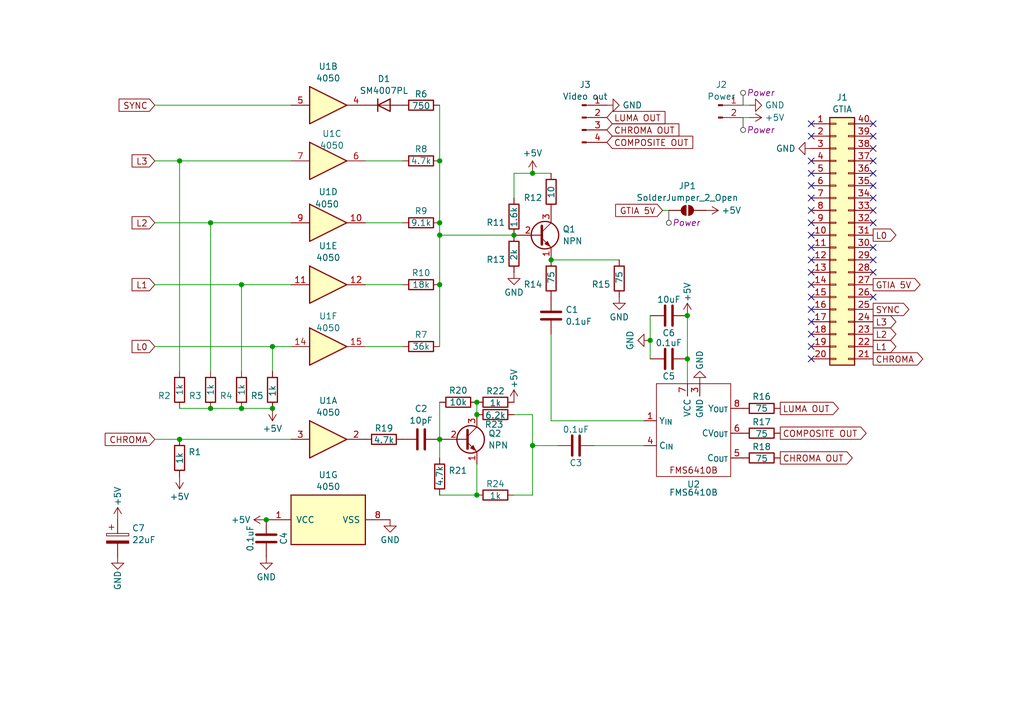
<source format=kicad_sch>
(kicad_sch (version 20231120) (generator "eeschema") (generator_version "8.0")
  (paper "A5")
  (title_block (title "S-video Atari mod") (date "2025-01-16") (rev "3") (comment 1 "Adapted from low_budget's 2.2 mod"))
  (lib_symbols
    (symbol "4xxx:4050" (pin_names (offset 1.016))
      (property "Reference" "U" (at 0 1.27 0))
      (property "Value" "4050" (at 0 -1.27 0))
      (symbol "4050_1_0"
        (polyline (pts (xy -3.81 3.81) (xy -3.81 -3.81) (xy 3.81 0) (xy -3.81 3.81)) (stroke (width 0.254)) (fill (type background)))
        (pin output line (at 7.62 0 180) (length 3.81) (name "~") (number "2"))
        (pin input line (at -7.62 0 0) (length 3.81) (name "~") (number "3"))
      )
      (symbol "4050_2_0"
        (polyline (pts (xy -3.81 3.81) (xy -3.81 -3.81) (xy 3.81 0) (xy -3.81 3.81)) (stroke (width 0.254)) (fill (type background)))
        (pin output line (at 7.62 0 180) (length 3.81) (name "~") (number "4"))
        (pin input line (at -7.62 0 0) (length 3.81) (name "~") (number "5"))
      )
      (symbol "4050_3_0"
        (polyline (pts (xy -3.81 3.81) (xy -3.81 -3.81) (xy 3.81 0) (xy -3.81 3.81)) (stroke (width 0.254)) (fill (type background)))
        (pin output line (at 7.62 0 180) (length 3.81) (name "~") (number "6"))
        (pin input line (at -7.62 0 0) (length 3.81) (name "~") (number "7"))
      )
      (symbol "4050_4_0"
        (polyline (pts (xy -3.81 3.81) (xy -3.81 -3.81) (xy 3.81 0) (xy -3.81 3.81)) (stroke (width 0.254)) (fill (type background)))
        (pin output line (at 7.62 0 180) (length 3.81) (name "~") (number "10"))
        (pin input line (at -7.62 0 0) (length 3.81) (name "~") (number "9"))
      )
      (symbol "4050_5_0"
        (polyline (pts (xy -3.81 3.81) (xy -3.81 -3.81) (xy 3.81 0) (xy -3.81 3.81)) (stroke (width 0.254)) (fill (type background)))
        (pin input line (at -7.62 0 0) (length 3.81) (name "~") (number "11"))
        (pin output line (at 7.62 0 180) (length 3.81) (name "~") (number "12"))
      )
      (symbol "4050_6_0"
        (polyline (pts (xy -3.81 3.81) (xy -3.81 -3.81) (xy 3.81 0) (xy -3.81 3.81)) (stroke (width 0.254)) (fill (type background)))
        (pin input line (at -7.62 0 0) (length 3.81) (name "~") (number "14"))
        (pin output line (at 7.62 0 180) (length 3.81) (name "~") (number "15"))
      )
      (symbol "4050_7_0"
        (pin power_in line (at 0 12.7 270) (length 5.08) (name "VCC") (number "1"))
        (pin power_in line (at 0 -12.7 90) (length 5.08) (name "VSS") (number "8"))
      )
      (symbol "4050_7_1"
        (rectangle (start -5.08 7.62) (end 5.08 -7.62) (stroke (width 0.254)) (fill (type background)))
      )
    )
    (symbol "Connector:Conn_01x02_Pin" (pin_names (offset 1.016) hide)
      (property "Reference" "J" (at 0 2.54 0))
      (property "Value" "Conn_01x02_Pin" (at 0 -5.08 0))
      (symbol "Conn_01x02_Pin_1_1"
        (polyline (pts (xy 1.27 -2.54) (xy 0.8636 -2.54)) (stroke (width 0.1524)))
        (polyline (pts (xy 1.27 0) (xy 0.8636 0)) (stroke (width 0.1524)))
        (rectangle (start 0.8636 -2.413) (end 0 -2.667) (stroke (width 0.1524)) (fill (type outline)))
        (rectangle (start 0.8636 0.127) (end 0 -0.127) (stroke (width 0.1524)) (fill (type outline)))
        (pin passive line (at 5.08 0 180) (length 3.81) (name "Pin_1") (number "1"))
        (pin passive line (at 5.08 -2.54 180) (length 3.81) (name "Pin_2") (number "2"))
      )
    )
    (symbol "Connector:Conn_01x04_Pin" (pin_names (offset 1.016) hide)
      (property "Reference" "J" (at 0 5.08 0))
      (property "Value" "Conn_01x04_Pin" (at 0 -7.62 0))
      (symbol "Conn_01x04_Pin_1_1"
        (polyline (pts (xy 1.27 -5.08) (xy 0.8636 -5.08)) (stroke (width 0.1524)))
        (polyline (pts (xy 1.27 -2.54) (xy 0.8636 -2.54)) (stroke (width 0.1524)))
        (polyline (pts (xy 1.27 0) (xy 0.8636 0)) (stroke (width 0.1524)))
        (polyline (pts (xy 1.27 2.54) (xy 0.8636 2.54)) (stroke (width 0.1524)))
        (rectangle (start 0.8636 -4.953) (end 0 -5.207) (stroke (width 0.1524)) (fill (type outline)))
        (rectangle (start 0.8636 -2.413) (end 0 -2.667) (stroke (width 0.1524)) (fill (type outline)))
        (rectangle (start 0.8636 0.127) (end 0 -0.127) (stroke (width 0.1524)) (fill (type outline)))
        (rectangle (start 0.8636 2.667) (end 0 2.413) (stroke (width 0.1524)) (fill (type outline)))
        (pin passive line (at 5.08 2.54 180) (length 3.81) (name "Pin_1") (number "1"))
        (pin passive line (at 5.08 0 180) (length 3.81) (name "Pin_2") (number "2"))
        (pin passive line (at 5.08 -2.54 180) (length 3.81) (name "Pin_3") (number "3"))
        (pin passive line (at 5.08 -5.08 180) (length 3.81) (name "Pin_4") (number "4"))
      )
    )
    (symbol "Connector_Generic:Conn_02x20_Counter_Clockwise" (pin_names (offset 1.016) hide)
      (property "Reference" "J" (at 1.27 25.4 0))
      (property "Value" "Conn_02x20_Counter_Clockwise" (at 1.27 -27.94 0))
      (symbol "Conn_02x20_Counter_Clockwise_1_1"
        (rectangle (start -1.27 -25.273) (end 0 -25.527) (stroke (width 0.1524)))
        (rectangle (start -1.27 -22.733) (end 0 -22.987) (stroke (width 0.1524)))
        (rectangle (start -1.27 -20.193) (end 0 -20.447) (stroke (width 0.1524)))
        (rectangle (start -1.27 -17.653) (end 0 -17.907) (stroke (width 0.1524)))
        (rectangle (start -1.27 -15.113) (end 0 -15.367) (stroke (width 0.1524)))
        (rectangle (start -1.27 -12.573) (end 0 -12.827) (stroke (width 0.1524)))
        (rectangle (start -1.27 -10.033) (end 0 -10.287) (stroke (width 0.1524)))
        (rectangle (start -1.27 -7.493) (end 0 -7.747) (stroke (width 0.1524)))
        (rectangle (start -1.27 -4.953) (end 0 -5.207) (stroke (width 0.1524)))
        (rectangle (start -1.27 -2.413) (end 0 -2.667) (stroke (width 0.1524)))
        (rectangle (start -1.27 0.127) (end 0 -0.127) (stroke (width 0.1524)))
        (rectangle (start -1.27 2.667) (end 0 2.413) (stroke (width 0.1524)))
        (rectangle (start -1.27 5.207) (end 0 4.953) (stroke (width 0.1524)))
        (rectangle (start -1.27 7.747) (end 0 7.493) (stroke (width 0.1524)))
        (rectangle (start -1.27 10.287) (end 0 10.033) (stroke (width 0.1524)))
        (rectangle (start -1.27 12.827) (end 0 12.573) (stroke (width 0.1524)))
        (rectangle (start -1.27 15.367) (end 0 15.113) (stroke (width 0.1524)))
        (rectangle (start -1.27 17.907) (end 0 17.653) (stroke (width 0.1524)))
        (rectangle (start -1.27 20.447) (end 0 20.193) (stroke (width 0.1524)))
        (rectangle (start -1.27 22.987) (end 0 22.733) (stroke (width 0.1524)))
        (rectangle (start -1.27 24.13) (end 3.81 -26.67) (stroke (width 0.254)) (fill (type background)))
        (rectangle (start 3.81 -25.273) (end 2.54 -25.527) (stroke (width 0.1524)))
        (rectangle (start 3.81 -22.733) (end 2.54 -22.987) (stroke (width 0.1524)))
        (rectangle (start 3.81 -20.193) (end 2.54 -20.447) (stroke (width 0.1524)))
        (rectangle (start 3.81 -17.653) (end 2.54 -17.907) (stroke (width 0.1524)))
        (rectangle (start 3.81 -15.113) (end 2.54 -15.367) (stroke (width 0.1524)))
        (rectangle (start 3.81 -12.573) (end 2.54 -12.827) (stroke (width 0.1524)))
        (rectangle (start 3.81 -10.033) (end 2.54 -10.287) (stroke (width 0.1524)))
        (rectangle (start 3.81 -7.493) (end 2.54 -7.747) (stroke (width 0.1524)))
        (rectangle (start 3.81 -4.953) (end 2.54 -5.207) (stroke (width 0.1524)))
        (rectangle (start 3.81 -2.413) (end 2.54 -2.667) (stroke (width 0.1524)))
        (rectangle (start 3.81 0.127) (end 2.54 -0.127) (stroke (width 0.1524)))
        (rectangle (start 3.81 2.667) (end 2.54 2.413) (stroke (width 0.1524)))
        (rectangle (start 3.81 5.207) (end 2.54 4.953) (stroke (width 0.1524)))
        (rectangle (start 3.81 7.747) (end 2.54 7.493) (stroke (width 0.1524)))
        (rectangle (start 3.81 10.287) (end 2.54 10.033) (stroke (width 0.1524)))
        (rectangle (start 3.81 12.827) (end 2.54 12.573) (stroke (width 0.1524)))
        (rectangle (start 3.81 15.367) (end 2.54 15.113) (stroke (width 0.1524)))
        (rectangle (start 3.81 17.907) (end 2.54 17.653) (stroke (width 0.1524)))
        (rectangle (start 3.81 20.447) (end 2.54 20.193) (stroke (width 0.1524)))
        (rectangle (start 3.81 22.987) (end 2.54 22.733) (stroke (width 0.1524)))
        (pin passive line (at -5.08 22.86 0) (length 3.81) (name "Pin_1") (number "1"))
        (pin passive line (at -5.08 0 0) (length 3.81) (name "Pin_10") (number "10"))
        (pin passive line (at -5.08 -2.54 0) (length 3.81) (name "Pin_11") (number "11"))
        (pin passive line (at -5.08 -5.08 0) (length 3.81) (name "Pin_12") (number "12"))
        (pin passive line (at -5.08 -7.62 0) (length 3.81) (name "Pin_13") (number "13"))
        (pin passive line (at -5.08 -10.16 0) (length 3.81) (name "Pin_14") (number "14"))
        (pin passive line (at -5.08 -12.7 0) (length 3.81) (name "Pin_15") (number "15"))
        (pin passive line (at -5.08 -15.24 0) (length 3.81) (name "Pin_16") (number "16"))
        (pin passive line (at -5.08 -17.78 0) (length 3.81) (name "Pin_17") (number "17"))
        (pin passive line (at -5.08 -20.32 0) (length 3.81) (name "Pin_18") (number "18"))
        (pin passive line (at -5.08 -22.86 0) (length 3.81) (name "Pin_19") (number "19"))
        (pin passive line (at -5.08 20.32 0) (length 3.81) (name "Pin_2") (number "2"))
        (pin passive line (at -5.08 -25.4 0) (length 3.81) (name "Pin_20") (number "20"))
        (pin passive line (at 7.62 -25.4 180) (length 3.81) (name "Pin_21") (number "21"))
        (pin passive line (at 7.62 -22.86 180) (length 3.81) (name "Pin_22") (number "22"))
        (pin passive line (at 7.62 -20.32 180) (length 3.81) (name "Pin_23") (number "23"))
        (pin passive line (at 7.62 -17.78 180) (length 3.81) (name "Pin_24") (number "24"))
        (pin passive line (at 7.62 -15.24 180) (length 3.81) (name "Pin_25") (number "25"))
        (pin passive line (at 7.62 -12.7 180) (length 3.81) (name "Pin_26") (number "26"))
        (pin passive line (at 7.62 -10.16 180) (length 3.81) (name "Pin_27") (number "27"))
        (pin passive line (at 7.62 -7.62 180) (length 3.81) (name "Pin_28") (number "28"))
        (pin passive line (at 7.62 -5.08 180) (length 3.81) (name "Pin_29") (number "29"))
        (pin passive line (at -5.08 17.78 0) (length 3.81) (name "Pin_3") (number "3"))
        (pin passive line (at 7.62 -2.54 180) (length 3.81) (name "Pin_30") (number "30"))
        (pin passive line (at 7.62 0 180) (length 3.81) (name "Pin_31") (number "31"))
        (pin passive line (at 7.62 2.54 180) (length 3.81) (name "Pin_32") (number "32"))
        (pin passive line (at 7.62 5.08 180) (length 3.81) (name "Pin_33") (number "33"))
        (pin passive line (at 7.62 7.62 180) (length 3.81) (name "Pin_34") (number "34"))
        (pin passive line (at 7.62 10.16 180) (length 3.81) (name "Pin_35") (number "35"))
        (pin passive line (at 7.62 12.7 180) (length 3.81) (name "Pin_36") (number "36"))
        (pin passive line (at 7.62 15.24 180) (length 3.81) (name "Pin_37") (number "37"))
        (pin passive line (at 7.62 17.78 180) (length 3.81) (name "Pin_38") (number "38"))
        (pin passive line (at 7.62 20.32 180) (length 3.81) (name "Pin_39") (number "39"))
        (pin passive line (at -5.08 15.24 0) (length 3.81) (name "Pin_4") (number "4"))
        (pin passive line (at 7.62 22.86 180) (length 3.81) (name "Pin_40") (number "40"))
        (pin passive line (at -5.08 12.7 0) (length 3.81) (name "Pin_5") (number "5"))
        (pin passive line (at -5.08 10.16 0) (length 3.81) (name "Pin_6") (number "6"))
        (pin passive line (at -5.08 7.62 0) (length 3.81) (name "Pin_7") (number "7"))
        (pin passive line (at -5.08 5.08 0) (length 3.81) (name "Pin_8") (number "8"))
        (pin passive line (at -5.08 2.54 0) (length 3.81) (name "Pin_9") (number "9"))
      )
    )
    (symbol "Device:C" (pin_numbers hide) (pin_names (offset 0.254))
      (property "Reference" "C" (at 0.635 2.54 0))
      (property "Value" "C" (at 0.635 -2.54 0))
      (symbol "C_0_1"
        (polyline (pts (xy -2.032 -0.762) (xy 2.032 -0.762)) (stroke (width 0.508)))
        (polyline (pts (xy -2.032 0.762) (xy 2.032 0.762)) (stroke (width 0.508)))
      )
      (symbol "C_1_1"
        (pin passive line (at 0 3.81 270) (length 2.794) (name "~") (number "1"))
        (pin passive line (at 0 -3.81 90) (length 2.794) (name "~") (number "2"))
      )
    )
    (symbol "Device:C_Polarized" (pin_numbers hide) (pin_names (offset 0.254))
      (property "Reference" "C" (at 0.635 2.54 0))
      (property "Value" "C_Polarized" (at 0.635 -2.54 0))
      (symbol "C_Polarized_0_1"
        (rectangle (start -2.286 0.508) (end 2.286 1.016))
        (polyline (pts (xy -1.778 2.286) (xy -0.762 2.286)))
        (polyline (pts (xy -1.27 2.794) (xy -1.27 1.778)))
        (rectangle (start 2.286 -0.508) (end -2.286 -1.016) (fill (type outline)))
      )
      (symbol "C_Polarized_1_1"
        (pin passive line (at 0 3.81 270) (length 2.794) (name "~") (number "1"))
        (pin passive line (at 0 -3.81 90) (length 2.794) (name "~") (number "2"))
      )
    )
    (symbol "Device:R" (pin_numbers hide) (pin_names (offset 0))
      (property "Reference" "R" (at 2.032 0 90))
      (property "Value" "R" (at 0 0 90))
      (symbol "R_0_1"
        (rectangle (start -1.016 -2.54) (end 1.016 2.54) (stroke (width 0.254)))
      )
      (symbol "R_1_1"
        (pin passive line (at 0 3.81 270) (length 1.27) (name "~") (number "1"))
        (pin passive line (at 0 -3.81 90) (length 1.27) (name "~") (number "2"))
      )
    )
    (symbol "Diode:1N4148" (pin_numbers hide) (pin_names hide)
      (property "Reference" "D" (at 0 2.54 0))
      (property "Value" "1N4148" (at 0 -2.54 0))
      (symbol "1N4148_0_1"
        (polyline (pts (xy -1.27 1.27) (xy -1.27 -1.27)) (stroke (width 0.254)))
        (polyline (pts (xy 1.27 0) (xy -1.27 0)))
        (polyline (pts (xy 1.27 1.27) (xy 1.27 -1.27) (xy -1.27 0) (xy 1.27 1.27)) (stroke (width 0.254)))
      )
      (symbol "1N4148_1_1"
        (pin passive line (at -3.81 0 0) (length 2.54) (name "K") (number "1"))
        (pin passive line (at 3.81 0 180) (length 2.54) (name "A") (number "2"))
      )
    )
    (symbol "Jumper:SolderJumper_2_Open" (pin_numbers hide) (pin_names (offset 0) hide) (exclude_from_sim yes) (in_bom no)
      (property "Reference" "JP" (at 0 2.032 0))
      (property "Value" "SolderJumper_2_Open" (at 0 -2.54 0))
      (symbol "SolderJumper_2_Open_0_1"
        (arc (start -0.254 1.016) (mid -1.2656 0) (end -0.254 -1.016))
        (arc (start -0.254 1.016) (mid -1.2656 0) (end -0.254 -1.016) (fill (type outline)))
        (polyline (pts (xy -0.254 1.016) (xy -0.254 -1.016)))
        (polyline (pts (xy 0.254 1.016) (xy 0.254 -1.016)))
        (arc (start 0.254 -1.016) (mid 1.2656 0) (end 0.254 1.016))
        (arc (start 0.254 -1.016) (mid 1.2656 0) (end 0.254 1.016) (fill (type outline)))
      )
      (symbol "SolderJumper_2_Open_1_1"
        (pin passive line (at -3.81 0 0) (length 2.54) (name "A") (number "1"))
        (pin passive line (at 3.81 0 180) (length 2.54) (name "B") (number "2"))
      )
    )
    (symbol "New_Library:FMS6410B"
      (property "Reference" "U" (at 0 -10.16 0))
      (symbol "FMS6410B_0_1"
        (rectangle (start -7.62 10.16) (end 7.62 -8.89))
      )
      (symbol "FMS6410B_1_1"
        (text "FMS6410B" (at 0 -7.62 0) (effects (font (size 1.27 1.27))))
        (pin input line (at -10.16 2.54 0) (length 2.54) (name "Y_{IN}") (number "1"))
        (pin power_in line (at 1.27 10.16 270) (length 2.54) (name "GND") (number "3"))
        (pin input line (at -10.16 -2.54 0) (length 2.54) (name "C_{IN}") (number "4"))
        (pin output line (at 10.16 -5.08 180) (length 2.54) (name "C_{OUT}") (number "5"))
        (pin output line (at 10.16 0 180) (length 2.54) (name "CV_{OUT}") (number "6"))
        (pin power_in line (at -1.27 10.16 270) (length 2.54) (name "VCC") (number "7"))
        (pin output line (at 10.16 5.08 180) (length 2.54) (name "Y_{OUT}") (number "8"))
      )
    )
    (symbol "Transistor_BJT:2N3904" (pin_names (offset 0) hide)
      (property "Reference" "Q" (at 5.08 1.905 0))
      (property "Value" "2N3904" (at 5.08 0 0))
      (symbol "2N3904_0_1"
        (polyline (pts (xy 0.635 0.635) (xy 2.54 2.54)))
        (polyline (pts (xy 0.635 -0.635) (xy 2.54 -2.54) (xy 2.54 -2.54)))
        (polyline (pts (xy 0.635 1.905) (xy 0.635 -1.905) (xy 0.635 -1.905)) (stroke (width 0.508)))
        (polyline (pts (xy 1.27 -1.778) (xy 1.778 -1.27) (xy 2.286 -2.286) (xy 1.27 -1.778) (xy 1.27 -1.778)) (fill (type outline)))
        (circle (center 1.27 0) (radius 2.8194) (stroke (width 0.254)))
      )
      (symbol "2N3904_1_1"
        (pin passive line (at 2.54 -5.08 90) (length 2.54) (name "E") (number "1"))
        (pin passive line (at -5.08 0 0) (length 5.715) (name "B") (number "2"))
        (pin passive line (at 2.54 5.08 270) (length 2.54) (name "C") (number "3"))
      )
    )
    (symbol "power:+5V" (power) (pin_numbers hide) (pin_names (offset 0) hide)
      (property "Value" "+5V" (at 0 3.556 0))
      (symbol "+5V_0_1"
        (polyline (pts (xy -0.762 1.27) (xy 0 2.54)))
        (polyline (pts (xy 0 0) (xy 0 2.54)))
        (polyline (pts (xy 0 2.54) (xy 0.762 1.27)))
      )
      (symbol "+5V_1_1"
        (pin power_in line (at 0 0 90) (length 0) (name "~") (number "1"))
      )
    )
    (symbol "power:GND" (power) (pin_numbers hide) (pin_names (offset 0) hide)
      (property "Value" "GND" (at 0 -3.81 0))
      (symbol "GND_0_1"
        (polyline (pts (xy 0 0) (xy 0 -1.27) (xy 1.27 -1.27) (xy 0 -2.54) (xy -1.27 -1.27) (xy 0 -1.27)))
      )
      (symbol "GND_1_1"
        (pin power_in line (at 0 0 270) (length 0) (name "~") (number "1"))
      )
    )
  )
  (junction (at 49.53 58.42))
  (junction (at 97.79 85.09))
  (junction (at 90.17 45.72))
  (junction (at 90.17 58.42))
  (junction (at 105.41 48.26))
  (junction (at 43.18 45.72))
  (junction (at 140.97 64.77))
  (junction (at 43.18 83.82))
  (junction (at 97.79 82.55))
  (junction (at 140.97 73.66))
  (junction (at 49.53 83.82))
  (junction (at 109.22 91.44))
  (junction (at 90.17 33.02))
  (junction (at 109.22 35.56))
  (junction (at 90.17 90.17))
  (junction (at 90.17 48.26))
  (junction (at 36.83 33.02))
  (junction (at 97.79 101.6))
  (junction (at 36.83 90.17))
  (junction (at 133.35 69.85))
  (junction (at 55.88 71.12))
  (junction (at 54.61 106.68))
  (junction (at 113.03 53.34))
  (junction (at 55.88 83.82))
  (no_connect (at 166.37 68.58))
  (no_connect (at 166.37 55.88))
  (no_connect (at 166.37 25.4))
  (no_connect (at 179.07 43.18))
  (no_connect (at 166.37 33.02))
  (no_connect (at 166.37 71.12))
  (no_connect (at 166.37 43.18))
  (no_connect (at 166.37 66.04))
  (no_connect (at 179.07 35.56))
  (no_connect (at 179.07 50.8))
  (no_connect (at 179.07 27.94))
  (no_connect (at 166.37 35.56))
  (no_connect (at 179.07 53.34))
  (no_connect (at 179.07 60.96))
  (no_connect (at 166.37 60.96))
  (no_connect (at 179.07 55.88))
  (no_connect (at 166.37 40.64))
  (no_connect (at 166.37 27.94))
  (no_connect (at 179.07 40.64))
  (no_connect (at 166.37 48.26))
  (no_connect (at 166.37 58.42))
  (no_connect (at 166.37 50.8))
  (no_connect (at 179.07 30.48))
  (no_connect (at 179.07 25.4))
  (no_connect (at 166.37 53.34))
  (no_connect (at 166.37 45.72))
  (no_connect (at 166.37 73.66))
  (no_connect (at 166.37 63.5))
  (no_connect (at 179.07 45.72))
  (no_connect (at 179.07 38.1))
  (no_connect (at 166.37 38.1))
  (no_connect (at 179.07 33.02))
  (wire (pts (xy 105.41 35.56) (xy 105.41 40.64)))
  (wire (pts (xy 55.88 71.12) (xy 59.69 71.12)))
  (wire (pts (xy 90.17 58.42) (xy 90.17 71.12)))
  (wire (pts (xy 153.67 24.13) (xy 152.4 24.13)))
  (wire (pts (xy 90.17 33.02) (xy 90.17 45.72)))
  (wire (pts (xy 97.79 82.55) (xy 97.79 85.09)))
  (wire (pts (xy 90.17 101.6) (xy 97.79 101.6)))
  (wire (pts (xy 109.22 91.44) (xy 114.3 91.44)))
  (wire (pts (xy 90.17 82.55) (xy 90.17 90.17)))
  (wire (pts (xy 97.79 101.6) (xy 97.79 95.25)))
  (wire (pts (xy 49.53 58.42) (xy 59.69 58.42)))
  (wire (pts (xy 31.75 33.02) (xy 36.83 33.02)))
  (wire (pts (xy 74.93 33.02) (xy 82.55 33.02)))
  (wire (pts (xy 105.41 101.6) (xy 109.22 101.6)))
  (wire (pts (xy 105.41 85.09) (xy 109.22 85.09)))
  (wire (pts (xy 31.75 58.42) (xy 49.53 58.42)))
  (wire (pts (xy 113.03 35.56) (xy 109.22 35.56)))
  (wire (pts (xy 43.18 45.72) (xy 59.69 45.72)))
  (wire (pts (xy 113.03 68.58) (xy 113.03 86.36)))
  (wire (pts (xy 74.93 71.12) (xy 82.55 71.12)))
  (wire (pts (xy 109.22 35.56) (xy 105.41 35.56)))
  (wire (pts (xy 109.22 101.6) (xy 109.22 91.44)))
  (wire (pts (xy 90.17 45.72) (xy 90.17 48.26)))
  (wire (pts (xy 49.53 58.42) (xy 49.53 76.2)))
  (wire (pts (xy 43.18 83.82) (xy 36.83 83.82)))
  (wire (pts (xy 43.18 45.72) (xy 43.18 76.2)))
  (wire (pts (xy 90.17 21.59) (xy 90.17 33.02)))
  (wire (pts (xy 49.53 83.82) (xy 43.18 83.82)))
  (wire (pts (xy 135.89 43.18) (xy 137.16 43.18)))
  (wire (pts (xy 90.17 48.26) (xy 90.17 58.42)))
  (wire (pts (xy 74.93 45.72) (xy 82.55 45.72)))
  (wire (pts (xy 140.97 73.66) (xy 140.97 78.74)))
  (wire (pts (xy 121.92 91.44) (xy 132.08 91.44)))
  (wire (pts (xy 36.83 33.02) (xy 59.69 33.02)))
  (wire (pts (xy 109.22 85.09) (xy 109.22 91.44)))
  (wire (pts (xy 31.75 21.59) (xy 59.69 21.59)))
  (wire (pts (xy 31.75 71.12) (xy 55.88 71.12)))
  (wire (pts (xy 74.93 58.42) (xy 82.55 58.42)))
  (wire (pts (xy 113.03 53.34) (xy 127 53.34)))
  (wire (pts (xy 31.75 90.17) (xy 36.83 90.17)))
  (wire (pts (xy 153.67 21.59) (xy 152.4 21.59)))
  (wire (pts (xy 36.83 90.17) (xy 59.69 90.17)))
  (wire (pts (xy 133.35 64.77) (xy 133.35 69.85)))
  (wire (pts (xy 36.83 33.02) (xy 36.83 76.2)))
  (wire (pts (xy 90.17 93.98) (xy 90.17 90.17)))
  (wire (pts (xy 133.35 69.85) (xy 133.35 73.66)))
  (wire (pts (xy 55.88 83.82) (xy 49.53 83.82)))
  (wire (pts (xy 113.03 86.36) (xy 132.08 86.36)))
  (wire (pts (xy 140.97 64.77) (xy 140.97 73.66)))
  (wire (pts (xy 55.88 71.12) (xy 55.88 76.2)))
  (wire (pts (xy 31.75 45.72) (xy 43.18 45.72)))
  (wire (pts (xy 90.17 48.26) (xy 105.41 48.26)))
  (global_label "L2" (shape input) (at 31.75 45.72 180) (property "Intersheetrefs" "${INTERSHEET_REFS}" (effects (hide yes))))
  (global_label "GTIA 5V" (shape input) (at 135.89 43.18 180) (property "Intersheetrefs" "${INTERSHEET_REFS}" (effects (hide yes))))
  (global_label "LUMA OUT" (shape output) (at 160.02 83.82 0) (property "Intersheetrefs" "${INTERSHEET_REFS}" (effects (hide yes))))
  (global_label "L3" (shape input) (at 31.75 33.02 180) (property "Intersheetrefs" "${INTERSHEET_REFS}" (effects (hide yes))))
  (global_label "CHROMA OUT" (shape output) (at 160.02 93.98 0) (property "Intersheetrefs" "${INTERSHEET_REFS}" (effects (hide yes))))
  (global_label "CHROMA" (shape output) (at 179.07 73.66 0) (property "Intersheetrefs" "${INTERSHEET_REFS}" (effects (hide yes))))
  (global_label "GTIA 5V" (shape output) (at 179.07 58.42 0) (property "Intersheetrefs" "${INTERSHEET_REFS}" (effects (hide yes))))
  (global_label "L1" (shape input) (at 31.75 58.42 180) (property "Intersheetrefs" "${INTERSHEET_REFS}" (effects (hide yes))))
  (global_label "CHROMA OUT" (shape input) (at 124.46 26.67 0) (property "Intersheetrefs" "${INTERSHEET_REFS}" (effects (hide yes))))
  (global_label "SYNC" (shape input) (at 31.75 21.59 180) (property "Intersheetrefs" "${INTERSHEET_REFS}" (effects (hide yes))))
  (global_label "SYNC" (shape output) (at 179.07 63.5 0) (property "Intersheetrefs" "${INTERSHEET_REFS}" (effects (hide yes))))
  (global_label "L2" (shape output) (at 179.07 68.58 0) (property "Intersheetrefs" "${INTERSHEET_REFS}" (effects (hide yes))))
  (global_label "L0" (shape output) (at 179.07 48.26 0) (property "Intersheetrefs" "${INTERSHEET_REFS}" (effects (hide yes))))
  (global_label "COMPOSITE OUT" (shape output) (at 160.02 88.9 0) (property "Intersheetrefs" "${INTERSHEET_REFS}" (effects (hide yes))))
  (global_label "L3" (shape output) (at 179.07 66.04 0) (property "Intersheetrefs" "${INTERSHEET_REFS}" (effects (hide yes))))
  (global_label "CHROMA" (shape input) (at 31.75 90.17 180) (property "Intersheetrefs" "${INTERSHEET_REFS}" (effects (hide yes))))
  (global_label "COMPOSITE OUT" (shape input) (at 124.46 29.21 0) (property "Intersheetrefs" "${INTERSHEET_REFS}" (effects (hide yes))))
  (global_label "L0" (shape input) (at 31.75 71.12 180) (property "Intersheetrefs" "${INTERSHEET_REFS}" (effects (hide yes))))
  (global_label "LUMA OUT" (shape input) (at 124.46 24.13 0) (property "Intersheetrefs" "${INTERSHEET_REFS}" (effects (hide yes))))
  (global_label "L1" (shape output) (at 179.07 71.12 0) (property "Intersheetrefs" "${INTERSHEET_REFS}" (effects (hide yes))))
  (netclass_flag "" (length 2.54) (shape round) (at 152.4 21.59 0) (property "Netclass" "Power" (at 153.0985 19.05 0) (effects (font (italic yes)) (justify left))))
  (netclass_flag "" (length 2.54) (shape round) (at 137.16 43.18 180) (property "Netclass" "Power" (at 137.8585 45.72 0) (effects (font (italic yes)) (justify left))))
  (netclass_flag "" (length 2.54) (shape round) (at 152.4 24.13 180) (property "Netclass" "Power" (at 153.0985 26.67 0) (effects (font (italic yes)) (justify left))))
  (symbol (lib_id "Device:R") (at 36.83 80.01 180) (unit 1)
    (property "Reference" "R2" (at 35.052 81.2222 0) (effects (justify left)))
    (property "Value" "1k" (at 36.83 78.74 90) (effects (justify left)))
    (property "Footprint" "Resistor_SMD:R_0402_1005Metric" (effects (hide yes)))
    (property "Description" "Resistor" (effects (hide yes)))
    (property "JLCPCB Part #" "C11702" (effects (hide yes)))
  )
  (symbol (lib_id "power:+5V") (at 55.88 83.82 180) (unit 1)
    (property "Reference" "#PWR03" (effects (hide yes)))
    (property "Value" "+5V" (at 55.88 87.9531 0))
    (property "Description" "Power symbol creates a global label with name \"+5V\"" (effects (hide yes)))
  )
  (symbol (lib_id "4xxx:4050") (at 67.31 90.17 0) (unit 1)
    (property "Reference" "U1" (at 67.31 82.2155 0))
    (property "Value" "4050" (at 67.31 84.6398 0))
    (property "Footprint" "Package_SO:SOIC-16_3.9x9.9mm_P1.27mm" (effects (hide yes)))
    (property "Datasheet" "http://www.intersil.com/content/dam/intersil/documents/cd40/cd4050bms.pdf" (effects (hide yes)))
    (property "Description" "Hex Buffer" (effects (hide yes)))
    (property "JLCPCB Part #" "C131932" (effects (hide yes)))
  )
  (symbol (lib_id "Connector:Conn_01x04_Pin") (at 119.38 24.13 0) (unit 1)
    (property "Reference" "J3" (at 120.015 17.3693 0))
    (property "Value" "Video out" (at 120.015 19.7936 0))
    (property "Footprint" "Connector_PinHeader_2.54mm:PinHeader_1x04_P2.54mm_Horizontal" (effects (hide yes)))
    (property "Description" "Generic connector, single row, 01x04, script generated" (effects (hide yes)))
  )
  (symbol (lib_id "4xxx:4050") (at 67.31 106.68 90) (unit 7)
    (property "Reference" "U1" (at 67.31 97.4555 90))
    (property "Value" "4050" (at 67.31 99.8798 90))
    (property "Footprint" "Package_SO:SOIC-16_3.9x9.9mm_P1.27mm" (effects (hide yes)))
    (property "Datasheet" "http://www.intersil.com/content/dam/intersil/documents/cd40/cd4050bms.pdf" (effects (hide yes)))
    (property "Description" "Hex Buffer" (effects (hide yes)))
    (property "JLCPCB Part #" "C131932" (effects (hide yes)))
  )
  (symbol (lib_id "Device:C") (at 86.36 90.17 270) (unit 1)
    (property "Reference" "C2" (at 86.36 83.8665 90))
    (property "Value" "10pF" (at 86.36 86.2908 90))
    (property "Footprint" "Capacitor_SMD:C_0402_1005Metric" (effects (hide yes)))
    (property "Description" "Unpolarized capacitor" (effects (hide yes)))
    (property "JLCPCB Part #" "C32949" (effects (hide yes)))
  )
  (symbol (lib_id "power:+5V") (at 54.61 106.68 90) (unit 1)
    (property "Reference" "#PWR02" (effects (hide yes)))
    (property "Value" "+5V" (at 51.4351 106.68 90) (effects (justify left)))
    (property "Description" "Power symbol creates a global label with name \"+5V\"" (effects (hide yes)))
  )
  (symbol (lib_id "power:GND") (at 124.46 21.59 90) (unit 1)
    (property "Reference" "#PWR018" (effects (hide yes)))
    (property "Value" "GND" (at 127.635 21.59 90) (effects (justify right)))
    (property "Description" "Power symbol creates a global label with name \"GND\" , ground" (effects (hide yes)))
  )
  (symbol (lib_id "4xxx:4050") (at 67.31 58.42 0) (unit 5)
    (property "Reference" "U1" (at 67.31 50.4655 0))
    (property "Value" "4050" (at 67.31 52.8898 0))
    (property "Footprint" "Package_SO:SOIC-16_3.9x9.9mm_P1.27mm" (effects (hide yes)))
    (property "Datasheet" "http://www.intersil.com/content/dam/intersil/documents/cd40/cd4050bms.pdf" (effects (hide yes)))
    (property "Description" "Hex Buffer" (effects (hide yes)))
    (property "JLCPCB Part #" "C131932" (effects (hide yes)))
  )
  (symbol (lib_id "Device:R") (at 36.83 93.98 0) (unit 1)
    (property "Reference" "R1" (at 38.608 92.7678 0) (effects (justify left)))
    (property "Value" "1k" (at 36.83 95.25 90) (effects (justify left)))
    (property "Footprint" "Resistor_SMD:R_0402_1005Metric" (effects (hide yes)))
    (property "Description" "Resistor" (effects (hide yes)))
    (property "JLCPCB Part #" "C11702" (effects (hide yes)))
  )
  (symbol (lib_id "Device:R") (at 101.6 85.09 270) (unit 1)
    (property "Reference" "R23" (at 101.346 87.122 90))
    (property "Value" "6.2k" (at 101.6 85.2283 90))
    (property "Footprint" "Resistor_SMD:R_0402_1005Metric" (effects (hide yes)))
    (property "Description" "Resistor" (effects (hide yes)))
    (property "JLCPCB Part #" "C137946" (effects (hide yes)))
  )
  (symbol (lib_id "Diode:1N4148") (at 78.74 21.59 0) (unit 1)
    (property "Reference" "D1" (at 78.74 16.1755 0))
    (property "Value" "SM4007PL" (at 78.74 18.5998 0))
    (property "Footprint" "DecenTKL:D_SOD-123" (effects (hide yes)))
    (property "Datasheet" "https://assets.nexperia.com/documents/data-sheet/1N4148_1N4448.pdf" (effects (hide yes)))
    (property "Description" "100V 0.15A standard switching diode, DO-35" (effects (hide yes)))
    (property "Sim.Device" "D" (effects (hide yes)))
    (property "Sim.Pins" "1=K 2=A" (effects (hide yes)))
    (property "JLCPCB Part #" "C64898" (effects (hide yes)))
  )
  (symbol (lib_id "Device:C") (at 118.11 91.44 270) (unit 1)
    (property "Reference" "C3" (at 118.11 94.996 90))
    (property "Value" "0.1uF" (at 118.11 88.138 90))
    (property "Footprint" "Capacitor_SMD:C_0402_1005Metric" (effects (hide yes)))
    (property "Description" "Unpolarized capacitor" (effects (hide yes)))
    (property "JLCPCB Part #" "C1525" (effects (hide yes)))
  )
  (symbol (lib_id "Device:C") (at 137.16 73.66 270) (unit 1)
    (property "Reference" "C5" (at 137.16 77.216 90))
    (property "Value" "0.1uF" (at 137.16 70.358 90))
    (property "Footprint" "Capacitor_SMD:C_0402_1005Metric" (effects (hide yes)))
    (property "Description" "Unpolarized capacitor" (effects (hide yes)))
    (property "JLCPCB Part #" "C1525" (effects (hide yes)))
  )
  (symbol (lib_id "Device:R") (at 49.53 80.01 180) (unit 1)
    (property "Reference" "R4" (at 47.752 81.2222 0) (effects (justify left)))
    (property "Value" "1k" (at 49.53 78.74 90) (effects (justify left)))
    (property "Footprint" "Resistor_SMD:R_0402_1005Metric" (effects (hide yes)))
    (property "Description" "Resistor" (effects (hide yes)))
    (property "JLCPCB Part #" "C11702" (effects (hide yes)))
  )
  (symbol (lib_id "Device:R") (at 156.21 93.98 90) (unit 1)
    (property "Reference" "R18" (at 156.21 91.694 90))
    (property "Value" "75" (at 156.21 94.1183 90))
    (property "Footprint" "Resistor_SMD:R_0402_1005Metric" (effects (hide yes)))
    (property "Description" "Resistor" (effects (hide yes)))
    (property "JLCPCB Part #" "C25133" (effects (hide yes)))
  )
  (symbol (lib_id "power:+5V") (at 144.78 43.18 270) (unit 1)
    (property "Reference" "#PWR019" (effects (hide yes)))
    (property "Value" "+5V" (at 147.955 43.18 90) (effects (justify left)))
    (property "Description" "Power symbol creates a global label with name \"+5V\"" (effects (hide yes)))
  )
  (symbol (lib_id "Transistor_BJT:2N3904") (at 110.49 48.26 0) (unit 1)
    (property "Reference" "Q1" (at 115.3414 47.0478 0) (effects (justify left)))
    (property "Value" "NPN" (at 115.3414 49.4721 0) (effects (justify left)))
    (property "Footprint" "Package_TO_SOT_SMD:SOT-23" (effects (hide yes)))
    (property "Datasheet" "https://www.lcsc.com/datasheet/lcsc_datasheet_2304140030_Jiangsu-Changjing-Electronics-Technology-Co---Ltd--MMBT5551-RANGE-200-300_C2145.pdf" (effects (hide yes)))
    (property "Description" "0.2A Ic, 40V Vce, Small Signal NPN Transistor, TO-92" (effects (hide yes)))
    (property "JLCPCB Part #" "C2145" (effects (hide yes)))
  )
  (symbol (lib_id "power:GND") (at 24.13 114.3 0) (unit 1)
    (property "Reference" "#PWR013" (effects (hide yes)))
    (property "Value" "GND" (at 24.13 119.126 90))
    (property "Description" "Power symbol creates a global label with name \"GND\" , ground" (effects (hide yes)))
  )
  (symbol (lib_id "power:GND") (at 143.51 78.74 180) (unit 1)
    (property "Reference" "#PWR07" (effects (hide yes)))
    (property "Value" "GND" (at 143.51 73.914 90))
    (property "Description" "Power symbol creates a global label with name \"GND\" , ground" (effects (hide yes)))
  )
  (symbol (lib_id "Device:R") (at 86.36 21.59 270) (unit 1)
    (property "Reference" "R6" (at 86.36 19.304 90))
    (property "Value" "750" (at 86.36 21.7283 90))
    (property "Footprint" "Resistor_SMD:R_0402_1005Metric" (effects (hide yes)))
    (property "Description" "Resistor" (effects (hide yes)))
    (property "JLCPCB Part #" "C25132" (effects (hide yes)))
  )
  (symbol (lib_id "Device:R") (at 86.36 71.12 270) (unit 1)
    (property "Reference" "R7" (at 86.36 68.6957 90))
    (property "Value" "36k" (at 86.36 71.12 90))
    (property "Footprint" "Resistor_SMD:R_0402_1005Metric" (effects (hide yes)))
    (property "Description" "Resistor" (effects (hide yes)))
    (property "JLCPCB Part #" "C43676" (effects (hide yes)))
  )
  (symbol (lib_id "Device:C") (at 137.16 64.77 270) (unit 1)
    (property "Reference" "C6" (at 137.16 68.326 90))
    (property "Value" "10uF" (at 137.16 61.468 90))
    (property "Footprint" "Capacitor_SMD:C_0402_1005Metric" (effects (hide yes)))
    (property "Description" "Unpolarized capacitor" (effects (hide yes)))
    (property "JLCPCB Part #" "C15525" (effects (hide yes)))
  )
  (symbol (lib_id "Device:R") (at 101.6 82.55 90) (unit 1)
    (property "Reference" "R22" (at 101.6 80.264 90))
    (property "Value" "1k" (at 101.6 82.6883 90))
    (property "Footprint" "Resistor_SMD:R_0402_1005Metric" (effects (hide yes)))
    (property "Description" "Resistor" (effects (hide yes)))
    (property "JLCPCB Part #" "C11702" (effects (hide yes)))
  )
  (symbol (lib_id "4xxx:4050") (at 67.31 45.72 0) (unit 4)
    (property "Reference" "U1" (at 67.31 39.37 0))
    (property "Value" "4050" (at 67.056 41.91 0))
    (property "Footprint" "Package_SO:SOIC-16_3.9x9.9mm_P1.27mm" (effects (hide yes)))
    (property "Datasheet" "http://www.intersil.com/content/dam/intersil/documents/cd40/cd4050bms.pdf" (effects (hide yes)))
    (property "Description" "Hex Buffer" (effects (hide yes)))
    (property "JLCPCB Part #" "C131932" (effects (hide yes)))
  )
  (symbol (lib_id "Device:R") (at 86.36 33.02 270) (unit 1)
    (property "Reference" "R8" (at 86.36 30.5957 90))
    (property "Value" "4.7k" (at 86.36 33.02 90))
    (property "Footprint" "Resistor_SMD:R_0402_1005Metric" (effects (hide yes)))
    (property "Description" "Resistor" (effects (hide yes)))
    (property "JLCPCB Part #" "C25900" (effects (hide yes)))
  )
  (symbol (lib_id "power:+5V") (at 24.13 106.68 0) (unit 1)
    (property "Reference" "#PWR012" (effects (hide yes)))
    (property "Value" "+5V" (at 24.13 101.854 90))
    (property "Description" "Power symbol creates a global label with name \"+5V\"" (effects (hide yes)))
  )
  (symbol (lib_id "power:+5V") (at 109.22 35.56 0) (unit 1)
    (property "Reference" "#PWR04" (effects (hide yes)))
    (property "Value" "+5V" (at 109.22 31.4269 0))
    (property "Description" "Power symbol creates a global label with name \"+5V\"" (effects (hide yes)))
  )
  (symbol (lib_id "Device:R") (at 156.21 88.9 270) (unit 1)
    (property "Reference" "R17" (at 156.21 86.614 90))
    (property "Value" "75" (at 156.21 89.0383 90))
    (property "Footprint" "Resistor_SMD:R_0402_1005Metric" (effects (hide yes)))
    (property "Description" "Resistor" (effects (hide yes)))
    (property "JLCPCB Part #" "C25133" (effects (hide yes)))
  )
  (symbol (lib_id "power:GND") (at 166.37 30.48 270) (unit 1)
    (property "Reference" "#PWR015" (effects (hide yes)))
    (property "Value" "GND" (at 163.1951 30.48 90) (effects (justify right)))
    (property "Description" "Power symbol creates a global label with name \"GND\" , ground" (effects (hide yes)))
  )
  (symbol (lib_id "power:GND") (at 105.41 55.88 0) (unit 1)
    (property "Reference" "#PWR05" (effects (hide yes)))
    (property "Value" "GND" (at 105.41 60.0131 0))
    (property "Description" "Power symbol creates a global label with name \"GND\" , ground" (effects (hide yes)))
  )
  (symbol (lib_id "power:+5V") (at 105.41 82.55 0) (unit 1)
    (property "Reference" "#PWR09" (effects (hide yes)))
    (property "Value" "+5V" (at 105.41 77.724 90))
    (property "Description" "Power symbol creates a global label with name \"+5V\"" (effects (hide yes)))
  )
  (symbol (lib_id "4xxx:4050") (at 67.31 21.59 0) (unit 2)
    (property "Reference" "U1" (at 67.31 13.6355 0))
    (property "Value" "4050" (at 67.31 16.0598 0))
    (property "Footprint" "Package_SO:SOIC-16_3.9x9.9mm_P1.27mm" (effects (hide yes)))
    (property "Datasheet" "http://www.intersil.com/content/dam/intersil/documents/cd40/cd4050bms.pdf" (effects (hide yes)))
    (property "Description" "Hex Buffer" (effects (hide yes)))
    (property "JLCPCB Part #" "C131932" (effects (hide yes)))
  )
  (symbol (lib_id "power:+5V") (at 153.67 24.13 270) (unit 1)
    (property "Reference" "#PWR017" (effects (hide yes)))
    (property "Value" "+5V" (at 156.845 24.13 90) (effects (justify left)))
    (property "Description" "Power symbol creates a global label with name \"+5V\"" (effects (hide yes)))
  )
  (symbol (lib_id "Device:C") (at 54.61 110.49 0) (unit 1)
    (property "Reference" "C4" (at 58.166 110.49 90))
    (property "Value" "0.1uF" (at 51.308 110.49 90))
    (property "Footprint" "Capacitor_SMD:C_0402_1005Metric" (effects (hide yes)))
    (property "Description" "Unpolarized capacitor" (effects (hide yes)))
    (property "JLCPCB Part #" "C1525" (effects (hide yes)))
  )
  (symbol (lib_id "Device:R") (at 86.36 58.42 270) (unit 1)
    (property "Reference" "R10" (at 86.36 55.9957 90))
    (property "Value" "18k" (at 86.36 58.42 90))
    (property "Footprint" "Resistor_SMD:R_0402_1005Metric" (effects (hide yes)))
    (property "Description" "Resistor" (effects (hide yes)))
    (property "JLCPCB Part #" "C25762" (effects (hide yes)))
  )
  (symbol (lib_id "Device:R") (at 101.6 101.6 90) (unit 1)
    (property "Reference" "R24" (at 101.6 99.314 90))
    (property "Value" "1k" (at 101.6 101.7383 90))
    (property "Footprint" "Resistor_SMD:R_0402_1005Metric" (effects (hide yes)))
    (property "Description" "Resistor" (effects (hide yes)))
    (property "JLCPCB Part #" "C11702" (effects (hide yes)))
  )
  (symbol (lib_id "Device:R") (at 55.88 80.01 180) (unit 1)
    (property "Reference" "R5" (at 54.102 81.2222 0) (effects (justify left)))
    (property "Value" "1k" (at 55.88 78.994 90) (effects (justify left)))
    (property "Footprint" "Resistor_SMD:R_0402_1005Metric" (effects (hide yes)))
    (property "Description" "Resistor" (effects (hide yes)))
    (property "JLCPCB Part #" "C11702" (effects (hide yes)))
  )
  (symbol (lib_id "4xxx:4050") (at 67.31 33.02 0) (unit 3)
    (property "Reference" "U1" (at 68.072 27.432 0))
    (property "Value" "4050" (at 68.072 29.8563 0))
    (property "Footprint" "Package_SO:SOIC-16_3.9x9.9mm_P1.27mm" (effects (hide yes)))
    (property "Datasheet" "http://www.intersil.com/content/dam/intersil/documents/cd40/cd4050bms.pdf" (effects (hide yes)))
    (property "Description" "Hex Buffer" (effects (hide yes)))
    (property "JLCPCB Part #" "C131932" (effects (hide yes)))
  )
  (symbol (lib_id "Device:R") (at 105.41 52.07 180) (unit 1)
    (property "Reference" "R13" (at 103.632 53.2822 0) (effects (justify left)))
    (property "Value" "2k" (at 105.41 51.054 90) (effects (justify left)))
    (property "Footprint" "Resistor_SMD:R_0402_1005Metric" (effects (hide yes)))
    (property "Description" "Resistor" (effects (hide yes)))
    (property "JLCPCB Part #" "C4109" (effects (hide yes)))
  )
  (symbol (lib_id "Transistor_BJT:2N3904") (at 95.25 90.17 0) (unit 1)
    (property "Reference" "Q2" (at 100.1014 88.9578 0) (effects (justify left)))
    (property "Value" "NPN" (at 100.1014 91.3821 0) (effects (justify left)))
    (property "Footprint" "Package_TO_SOT_SMD:SOT-23" (effects (hide yes)))
    (property "Datasheet" "https://www.lcsc.com/datasheet/lcsc_datasheet_2304140030_Jiangsu-Changjing-Electronics-Technology-Co---Ltd--MMBT5551-RANGE-200-300_C2145.pdf" (effects (hide yes)))
    (property "Description" "0.2A Ic, 40V Vce, Small Signal NPN Transistor, TO-92" (effects (hide yes)))
    (property "JLCPCB Part #" "C2145" (effects (hide yes)))
  )
  (symbol (lib_id "power:GND") (at 80.01 106.68 0) (unit 1)
    (property "Reference" "#PWR01" (effects (hide yes)))
    (property "Value" "GND" (at 80.01 110.8131 0))
    (property "Description" "Power symbol creates a global label with name \"GND\" , ground" (effects (hide yes)))
  )
  (symbol (lib_id "power:+5V") (at 36.83 97.79 180) (unit 1)
    (property "Reference" "#PWR014" (effects (hide yes)))
    (property "Value" "+5V" (at 36.83 101.9231 0))
    (property "Description" "Power symbol creates a global label with name \"+5V\"" (effects (hide yes)))
  )
  (symbol (lib_id "Device:R") (at 113.03 39.37 180) (unit 1)
    (property "Reference" "R12" (at 111.252 40.5822 0) (effects (justify left)))
    (property "Value" "10" (at 113.03 38.1 90) (effects (justify left)))
    (property "Footprint" "Resistor_SMD:R_0402_1005Metric" (effects (hide yes)))
    (property "Description" "Resistor" (effects (hide yes)))
    (property "JLCPCB Part #" "C25077" (effects (hide yes)))
  )
  (symbol (lib_id "Device:R") (at 127 57.15 180) (unit 1)
    (property "Reference" "R15" (at 125.222 58.3622 0) (effects (justify left)))
    (property "Value" "75" (at 127 55.626 90) (effects (justify left)))
    (property "Footprint" "Resistor_SMD:R_0402_1005Metric" (effects (hide yes)))
    (property "Description" "Resistor" (effects (hide yes)))
    (property "JLCPCB Part #" "C25133" (effects (hide yes)))
  )
  (symbol (lib_id "New_Library:FMS6410B") (at 142.24 88.9 0) (unit 1)
    (property "Reference" "U2" (at 142.24 99.3831 0))
    (property "Value" "FMS6410B" (at 142.24 101.0645 0))
    (property "Footprint" "Package_SO:SOIC-8-1EP_3.9x4.9mm_P1.27mm_EP2.29x3mm" (effects (hide yes)))
    (property "Datasheet" "https://wmsc.lcsc.com/wmsc/upload/file/pdf/v2/lcsc/2402110720_onsemi-FMS6410BCS_C3823926.pdf" (effects (hide yes)))
    (property "JLCPCB Part #" "C3823926" (effects (hide yes)))
  )
  (symbol (lib_id "power:GND") (at 153.67 21.59 90) (unit 1)
    (property "Reference" "#PWR016" (effects (hide yes)))
    (property "Value" "GND" (at 156.845 21.59 90) (effects (justify right)))
    (property "Description" "Power symbol creates a global label with name \"GND\" , ground" (effects (hide yes)))
  )
  (symbol (lib_id "Device:C") (at 113.03 64.77 180) (unit 1)
    (property "Reference" "C1" (at 115.951 63.5578 0) (effects (justify right)))
    (property "Value" "0.1uF" (at 115.951 65.9821 0) (effects (justify right)))
    (property "Footprint" "Capacitor_SMD:C_0402_1005Metric" (effects (hide yes)))
    (property "Description" "Unpolarized capacitor" (effects (hide yes)))
    (property "JLCPCB Part #" "C1525" (effects (hide yes)))
  )
  (symbol (lib_id "Device:R") (at 43.18 80.01 180) (unit 1)
    (property "Reference" "R3" (at 41.402 81.2222 0) (effects (justify left)))
    (property "Value" "1k" (at 43.18 78.74 90) (effects (justify left)))
    (property "Footprint" "Resistor_SMD:R_0402_1005Metric" (effects (hide yes)))
    (property "Description" "Resistor" (effects (hide yes)))
    (property "JLCPCB Part #" "C11702" (effects (hide yes)))
  )
  (symbol (lib_id "Device:C_Polarized") (at 24.13 110.49 0) (unit 1)
    (property "Reference" "C7" (at 27.051 108.3888 0) (effects (justify left)))
    (property "Value" "22uF" (at 27.051 110.8131 0) (effects (justify left)))
    (property "Footprint" "Capacitor_SMD:C_Elec_4x5.4" (effects (hide yes)))
    (property "Description" "Polarized capacitor" (effects (hide yes)))
    (property "JLCPCB Part #" "C98746" (effects (hide yes)))
    (property "FT Rotation Offset" "180" (effects (hide yes)))
  )
  (symbol (lib_id "Device:R") (at 86.36 45.72 270) (unit 1)
    (property "Reference" "R9" (at 86.36 43.2957 90))
    (property "Value" "9.1k" (at 86.36 45.72 90))
    (property "Footprint" "Resistor_SMD:R_0402_1005Metric" (effects (hide yes)))
    (property "Description" "Resistor" (effects (hide yes)))
    (property "JLCPCB Part #" "C25926" (effects (hide yes)))
  )
  (symbol (lib_id "Device:R") (at 113.03 57.15 180) (unit 1)
    (property "Reference" "R14" (at 111.252 58.3622 0) (effects (justify left)))
    (property "Value" "75" (at 113.03 55.626 90) (effects (justify left)))
    (property "Footprint" "Resistor_SMD:R_0402_1005Metric" (effects (hide yes)))
    (property "Description" "Resistor" (effects (hide yes)))
    (property "JLCPCB Part #" "C25133" (effects (hide yes)))
  )
  (symbol (lib_id "power:+5V") (at 140.97 64.77 0) (unit 1)
    (property "Reference" "#PWR08" (effects (hide yes)))
    (property "Value" "+5V" (at 140.97 59.944 90))
    (property "Description" "Power symbol creates a global label with name \"+5V\"" (effects (hide yes)))
  )
  (symbol (lib_id "Device:R") (at 156.21 83.82 90) (unit 1)
    (property "Reference" "R16" (at 156.21 81.3957 90))
    (property "Value" "75" (at 156.21 83.82 90))
    (property "Footprint" "Resistor_SMD:R_0402_1005Metric" (effects (hide yes)))
    (property "Description" "Resistor" (effects (hide yes)))
    (property "JLCPCB Part #" "C25133" (effects (hide yes)))
  )
  (symbol (lib_id "power:GND") (at 127 60.96 0) (unit 1)
    (property "Reference" "#PWR06" (effects (hide yes)))
    (property "Value" "GND" (at 127 65.0931 0))
    (property "Description" "Power symbol creates a global label with name \"GND\" , ground" (effects (hide yes)))
  )
  (symbol (lib_id "Device:R") (at 93.98 82.55 270) (unit 1)
    (property "Reference" "R20" (at 93.98 80.1257 90))
    (property "Value" "10k" (at 93.98 82.55 90))
    (property "Footprint" "Resistor_SMD:R_0402_1005Metric" (effects (hide yes)))
    (property "Description" "Resistor" (effects (hide yes)))
    (property "JLCPCB Part #" "C25744" (effects (hide yes)))
  )
  (symbol (lib_id "4xxx:4050") (at 67.31 71.12 0) (unit 6)
    (property "Reference" "U1" (at 67.31 64.8857 0))
    (property "Value" "4050" (at 67.31 67.31 0))
    (property "Footprint" "Package_SO:SOIC-16_3.9x9.9mm_P1.27mm" (effects (hide yes)))
    (property "Datasheet" "http://www.intersil.com/content/dam/intersil/documents/cd40/cd4050bms.pdf" (effects (hide yes)))
    (property "Description" "Hex Buffer" (effects (hide yes)))
    (property "JLCPCB Part #" "C131932" (effects (hide yes)))
  )
  (symbol (lib_id "power:GND") (at 133.35 69.85 270) (unit 1)
    (property "Reference" "#PWR011" (effects (hide yes)))
    (property "Value" "GND" (at 129.2169 69.85 0))
    (property "Description" "Power symbol creates a global label with name \"GND\" , ground" (effects (hide yes)))
  )
  (symbol (lib_id "Connector:Conn_01x02_Pin") (at 147.32 21.59 0) (unit 1)
    (property "Reference" "J2" (at 147.955 17.3693 0))
    (property "Value" "Power" (at 147.955 19.7936 0))
    (property "Footprint" "Connector_PinHeader_2.54mm:PinHeader_1x02_P2.54mm_Horizontal" (effects (hide yes)))
    (property "Description" "Generic connector, single row, 01x02, script generated" (effects (hide yes)))
  )
  (symbol (lib_id "Device:R") (at 105.41 44.45 180) (unit 1)
    (property "Reference" "R11" (at 103.632 45.6622 0) (effects (justify left)))
    (property "Value" "1.6k" (at 105.41 42.418 90) (effects (justify left)))
    (property "Footprint" "Resistor_SMD:R_0402_1005Metric" (effects (hide yes)))
    (property "Description" "Resistor" (effects (hide yes)))
    (property "JLCPCB Part #" "C4908" (effects (hide yes)))
  )
  (symbol (lib_id "power:GND") (at 54.61 114.3 0) (unit 1)
    (property "Reference" "#PWR010" (effects (hide yes)))
    (property "Value" "GND" (at 54.61 118.4331 0))
    (property "Description" "Power symbol creates a global label with name \"GND\" , ground" (effects (hide yes)))
  )
  (symbol (lib_id "Jumper:SolderJumper_2_Open") (at 140.97 43.18 0) (unit 1) (exclude_from_sim yes) (in_bom no)
    (property "Reference" "JP1" (at 140.97 38.1465 0))
    (property "Value" "SolderJumper_2_Open" (at 140.97 40.5708 0))
    (property "Footprint" "Jumper:SolderJumper-2_P1.3mm_Open_TrianglePad1.0x1.5mm" (effects (hide yes)))
    (property "Description" "Solder Jumper, 2-pole, open" (effects (hide yes)))
  )
  (symbol (lib_id "Connector_Generic:Conn_02x20_Counter_Clockwise") (at 171.45 48.26 0) (unit 1)
    (property "Reference" "J1" (at 172.72 19.9855 0))
    (property "Value" "GTIA" (at 172.72 22.4098 0))
    (property "Footprint" "Package_DIP:DIP-40_W15.24mm_Socket" (effects (hide yes)))
    (property "Description" "Generic connector, double row, 02x20, counter clockwise pin numbering scheme (similar to DIP package numbering), script generated (kicad-library-utils/schlib/autogen/connector/)" (effects (hide yes)))
  )
  (symbol (lib_id "Device:R") (at 78.74 90.17 270) (unit 1)
    (property "Reference" "R19" (at 78.74 87.884 90))
    (property "Value" "4.7k" (at 78.74 90.3083 90))
    (property "Footprint" "Resistor_SMD:R_0402_1005Metric" (effects (hide yes)))
    (property "Description" "Resistor" (effects (hide yes)))
    (property "JLCPCB Part #" "C25900" (effects (hide yes)))
  )
  (symbol (lib_id "Device:R") (at 90.17 97.79 0) (unit 1)
    (property "Reference" "R21" (at 91.948 96.5778 0) (effects (justify left)))
    (property "Value" "4.7k" (at 90.17 99.822 90) (effects (justify left)))
    (property "Footprint" "Resistor_SMD:R_0402_1005Metric" (effects (hide yes)))
    (property "Description" "Resistor" (effects (hide yes)))
    (property "JLCPCB Part #" "C25900" (effects (hide yes)))
  )
)
</source>
